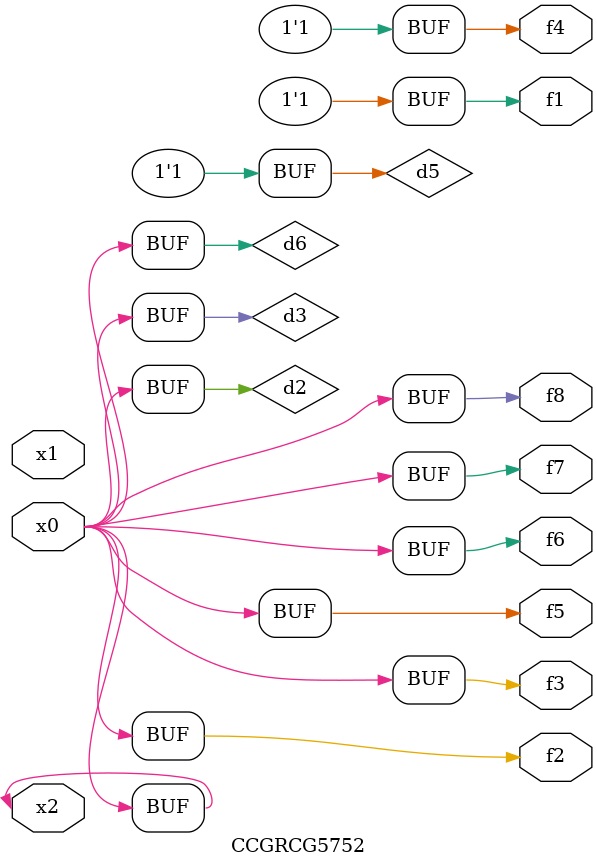
<source format=v>
module CCGRCG5752(
	input x0, x1, x2,
	output f1, f2, f3, f4, f5, f6, f7, f8
);

	wire d1, d2, d3, d4, d5, d6;

	xnor (d1, x2);
	buf (d2, x0, x2);
	and (d3, x0);
	xnor (d4, x1, x2);
	nand (d5, d1, d3);
	buf (d6, d2, d3);
	assign f1 = d5;
	assign f2 = d6;
	assign f3 = d6;
	assign f4 = d5;
	assign f5 = d6;
	assign f6 = d6;
	assign f7 = d6;
	assign f8 = d6;
endmodule

</source>
